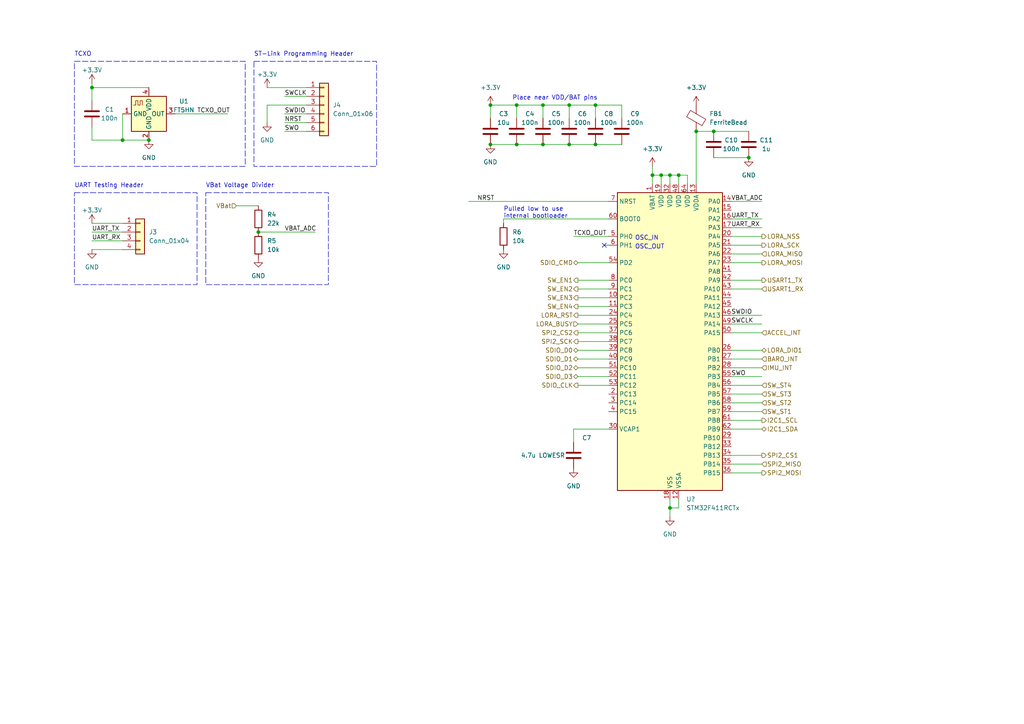
<source format=kicad_sch>
(kicad_sch (version 20230121) (generator eeschema)
  (paper "A4")
  (lib_symbols
    (symbol "Connector_Generic:Conn_01x04" (pin_names (offset 1.016) hide)
      (property "Reference" "J" (at 0 5.08 0))
      (property "Value" "Conn_01x04" (at 0 -7.62 0))
      (symbol "Conn_01x04_1_1"
        (rectangle (start -1.27 -4.953) (end 0 -5.207) (stroke (width 0.1524)))
        (rectangle (start -1.27 -2.413) (end 0 -2.667) (stroke (width 0.1524)))
        (rectangle (start -1.27 0.127) (end 0 -0.127) (stroke (width 0.1524)))
        (rectangle (start -1.27 2.667) (end 0 2.413) (stroke (width 0.1524)))
        (rectangle (start -1.27 3.81) (end 1.27 -6.35) (stroke (width 0.254)) (fill (type background)))
        (pin passive line (at -5.08 2.54 0) (length 3.81) (name "Pin_1") (number "1"))
        (pin passive line (at -5.08 0 0) (length 3.81) (name "Pin_2") (number "2"))
        (pin passive line (at -5.08 -2.54 0) (length 3.81) (name "Pin_3") (number "3"))
        (pin passive line (at -5.08 -5.08 0) (length 3.81) (name "Pin_4") (number "4"))
      )
    )
    (symbol "Connector_Generic:Conn_01x06" (pin_names (offset 1.016) hide)
      (property "Reference" "J" (at 0 7.62 0))
      (property "Value" "Conn_01x06" (at 0 -10.16 0))
      (symbol "Conn_01x06_1_1"
        (rectangle (start -1.27 -7.493) (end 0 -7.747) (stroke (width 0.1524)))
        (rectangle (start -1.27 -4.953) (end 0 -5.207) (stroke (width 0.1524)))
        (rectangle (start -1.27 -2.413) (end 0 -2.667) (stroke (width 0.1524)))
        (rectangle (start -1.27 0.127) (end 0 -0.127) (stroke (width 0.1524)))
        (rectangle (start -1.27 2.667) (end 0 2.413) (stroke (width 0.1524)))
        (rectangle (start -1.27 5.207) (end 0 4.953) (stroke (width 0.1524)))
        (rectangle (start -1.27 6.35) (end 1.27 -8.89) (stroke (width 0.254)) (fill (type background)))
        (pin passive line (at -5.08 5.08 0) (length 3.81) (name "Pin_1") (number "1"))
        (pin passive line (at -5.08 2.54 0) (length 3.81) (name "Pin_2") (number "2"))
        (pin passive line (at -5.08 0 0) (length 3.81) (name "Pin_3") (number "3"))
        (pin passive line (at -5.08 -2.54 0) (length 3.81) (name "Pin_4") (number "4"))
        (pin passive line (at -5.08 -5.08 0) (length 3.81) (name "Pin_5") (number "5"))
        (pin passive line (at -5.08 -7.62 0) (length 3.81) (name "Pin_6") (number "6"))
      )
    )
    (symbol "Device:C" (pin_numbers hide) (pin_names (offset 0.254))
      (property "Reference" "C" (at 0.635 2.54 0))
      (property "Value" "C" (at 0.635 -2.54 0))
      (symbol "C_0_1"
        (polyline (pts (xy -2.032 -0.762) (xy 2.032 -0.762)) (stroke (width 0.508)))
        (polyline (pts (xy -2.032 0.762) (xy 2.032 0.762)) (stroke (width 0.508)))
      )
      (symbol "C_1_1"
        (pin passive line (at 0 3.81 270) (length 2.794) (name "~") (number "1"))
        (pin passive line (at 0 -3.81 90) (length 2.794) (name "~") (number "2"))
      )
    )
    (symbol "Device:FerriteBead" (pin_numbers hide) (pin_names (offset 0))
      (property "Reference" "FB" (at -3.81 0.635 90))
      (property "Value" "FerriteBead" (at 3.81 0 90))
      (symbol "FerriteBead_0_1"
        (polyline (pts (xy 0 -1.27) (xy 0 -1.2192)))
        (polyline (pts (xy 0 1.27) (xy 0 1.2954)))
        (polyline (pts (xy -2.7686 0.4064) (xy -1.7018 2.2606) (xy 2.7686 -0.3048) (xy 1.6764 -2.159) (xy -2.7686 0.4064)))
      )
      (symbol "FerriteBead_1_1"
        (pin passive line (at 0 3.81 270) (length 2.54) (name "~") (number "1"))
        (pin passive line (at 0 -3.81 90) (length 2.54) (name "~") (number "2"))
      )
    )
    (symbol "Device:R" (pin_numbers hide) (pin_names (offset 0))
      (property "Reference" "R" (at 2.032 0 90))
      (property "Value" "R" (at 0 0 90))
      (symbol "R_0_1"
        (rectangle (start -1.016 -2.54) (end 1.016 2.54) (stroke (width 0.254)))
      )
      (symbol "R_1_1"
        (pin passive line (at 0 3.81 270) (length 1.27) (name "~") (number "1"))
        (pin passive line (at 0 -3.81 90) (length 1.27) (name "~") (number "2"))
      )
    )
    (symbol "MCU_ST_STM32F4:STM32F411RCTx"
      (property "Reference" "U" (at -15.24 44.45 0))
      (property "Value" "STM32F411RCTx" (at 10.16 44.45 0))
      (symbol "STM32F411RCTx_0_1"
        (rectangle (start -15.24 -43.18) (end 15.24 43.18) (stroke (width 0.254)) (fill (type background)))
      )
      (symbol "STM32F411RCTx_1_1"
        (pin power_in line (at -5.08 45.72 270) (length 2.54) (name "VBAT") (number "1"))
        (pin bidirectional line (at -17.78 12.7 0) (length 2.54) (name "PC2") (number "10"))
        (pin bidirectional line (at -17.78 10.16 0) (length 2.54) (name "PC3") (number "11"))
        (pin power_in line (at 2.54 -45.72 90) (length 2.54) (name "VSSA") (number "12"))
        (pin power_in line (at 7.62 45.72 270) (length 2.54) (name "VDDA") (number "13"))
        (pin bidirectional line (at 17.78 40.64 180) (length 2.54) (name "PA0") (number "14"))
        (pin bidirectional line (at 17.78 38.1 180) (length 2.54) (name "PA1") (number "15"))
        (pin bidirectional line (at 17.78 35.56 180) (length 2.54) (name "PA2") (number "16"))
        (pin bidirectional line (at 17.78 33.02 180) (length 2.54) (name "PA3") (number "17"))
        (pin power_in line (at 0 -45.72 90) (length 2.54) (name "VSS") (number "18"))
        (pin power_in line (at -2.54 45.72 270) (length 2.54) (name "VDD") (number "19"))
        (pin bidirectional line (at -17.78 -15.24 0) (length 2.54) (name "PC13") (number "2"))
        (pin bidirectional line (at 17.78 30.48 180) (length 2.54) (name "PA4") (number "20"))
        (pin bidirectional line (at 17.78 27.94 180) (length 2.54) (name "PA5") (number "21"))
        (pin bidirectional line (at 17.78 25.4 180) (length 2.54) (name "PA6") (number "22"))
        (pin bidirectional line (at 17.78 22.86 180) (length 2.54) (name "PA7") (number "23"))
        (pin bidirectional line (at -17.78 7.62 0) (length 2.54) (name "PC4") (number "24"))
        (pin bidirectional line (at -17.78 5.08 0) (length 2.54) (name "PC5") (number "25"))
        (pin bidirectional line (at 17.78 -2.54 180) (length 2.54) (name "PB0") (number "26"))
        (pin bidirectional line (at 17.78 -5.08 180) (length 2.54) (name "PB1") (number "27"))
        (pin bidirectional line (at 17.78 -7.62 180) (length 2.54) (name "PB2") (number "28"))
        (pin bidirectional line (at 17.78 -27.94 180) (length 2.54) (name "PB10") (number "29"))
        (pin bidirectional line (at -17.78 -17.78 0) (length 2.54) (name "PC14") (number "3"))
        (pin power_out line (at -17.78 -25.4 0) (length 2.54) (name "VCAP1") (number "30"))
        (pin passive line (at 0 -45.72 90) (length 2.54) hide (name "VSS") (number "31"))
        (pin power_in line (at 0 45.72 270) (length 2.54) (name "VDD") (number "32"))
        (pin bidirectional line (at 17.78 -30.48 180) (length 2.54) (name "PB12") (number "33"))
        (pin bidirectional line (at 17.78 -33.02 180) (length 2.54) (name "PB13") (number "34"))
        (pin bidirectional line (at 17.78 -35.56 180) (length 2.54) (name "PB14") (number "35"))
        (pin bidirectional line (at 17.78 -38.1 180) (length 2.54) (name "PB15") (number "36"))
        (pin bidirectional line (at -17.78 2.54 0) (length 2.54) (name "PC6") (number "37"))
        (pin bidirectional line (at -17.78 0 0) (length 2.54) (name "PC7") (number "38"))
        (pin bidirectional line (at -17.78 -2.54 0) (length 2.54) (name "PC8") (number "39"))
        (pin bidirectional line (at -17.78 -20.32 0) (length 2.54) (name "PC15") (number "4"))
        (pin bidirectional line (at -17.78 -5.08 0) (length 2.54) (name "PC9") (number "40"))
        (pin bidirectional line (at 17.78 20.32 180) (length 2.54) (name "PA8") (number "41"))
        (pin bidirectional line (at 17.78 17.78 180) (length 2.54) (name "PA9") (number "42"))
        (pin bidirectional line (at 17.78 15.24 180) (length 2.54) (name "PA10") (number "43"))
        (pin bidirectional line (at 17.78 12.7 180) (length 2.54) (name "PA11") (number "44"))
        (pin bidirectional line (at 17.78 10.16 180) (length 2.54) (name "PA12") (number "45"))
        (pin bidirectional line (at 17.78 7.62 180) (length 2.54) (name "PA13") (number "46"))
        (pin passive line (at 0 -45.72 90) (length 2.54) hide (name "VSS") (number "47"))
        (pin power_in line (at 2.54 45.72 270) (length 2.54) (name "VDD") (number "48"))
        (pin bidirectional line (at 17.78 5.08 180) (length 2.54) (name "PA14") (number "49"))
        (pin bidirectional line (at -17.78 30.48 0) (length 2.54) (name "PH0") (number "5"))
        (pin bidirectional line (at 17.78 2.54 180) (length 2.54) (name "PA15") (number "50"))
        (pin bidirectional line (at -17.78 -7.62 0) (length 2.54) (name "PC10") (number "51"))
        (pin bidirectional line (at -17.78 -10.16 0) (length 2.54) (name "PC11") (number "52"))
        (pin bidirectional line (at -17.78 -12.7 0) (length 2.54) (name "PC12") (number "53"))
        (pin bidirectional line (at -17.78 22.86 0) (length 2.54) (name "PD2") (number "54"))
        (pin bidirectional line (at 17.78 -10.16 180) (length 2.54) (name "PB3") (number "55"))
        (pin bidirectional line (at 17.78 -12.7 180) (length 2.54) (name "PB4") (number "56"))
        (pin bidirectional line (at 17.78 -15.24 180) (length 2.54) (name "PB5") (number "57"))
        (pin bidirectional line (at 17.78 -17.78 180) (length 2.54) (name "PB6") (number "58"))
        (pin bidirectional line (at 17.78 -20.32 180) (length 2.54) (name "PB7") (number "59"))
        (pin bidirectional line (at -17.78 27.94 0) (length 2.54) (name "PH1") (number "6"))
        (pin input line (at -17.78 35.56 0) (length 2.54) (name "BOOT0") (number "60"))
        (pin bidirectional line (at 17.78 -22.86 180) (length 2.54) (name "PB8") (number "61"))
        (pin bidirectional line (at 17.78 -25.4 180) (length 2.54) (name "PB9") (number "62"))
        (pin passive line (at 0 -45.72 90) (length 2.54) hide (name "VSS") (number "63"))
        (pin power_in line (at 5.08 45.72 270) (length 2.54) (name "VDD") (number "64"))
        (pin input line (at -17.78 40.64 0) (length 2.54) (name "NRST") (number "7"))
        (pin bidirectional line (at -17.78 17.78 0) (length 2.54) (name "PC0") (number "8"))
        (pin bidirectional line (at -17.78 15.24 0) (length 2.54) (name "PC1") (number "9"))
      )
    )
    (symbol "Project:FT5HNBPK25.0-T1"
      (property "Reference" "U" (at 5.08 11.43 0))
      (property "Value" "FT5HN" (at 6.35 8.89 0))
      (symbol "FT5HNBPK25.0-T1_0_1"
        (polyline (pts (xy -4.445 2.54) (xy -3.81 2.54) (xy -3.81 3.81) (xy -3.175 3.81) (xy -3.175 2.54) (xy -2.54 2.54) (xy -2.54 3.81) (xy -1.905 3.81) (xy -1.905 2.54)))
      )
      (symbol "FT5HNBPK25.0-T1_1_1"
        (rectangle (start -5.08 5.08) (end 5.08 -5.08) (stroke (width 0.254)) (fill (type background)))
        (pin input line (at -7.62 0 0) (length 2.54) (name "GND") (number "1"))
        (pin power_in line (at 0 -7.62 90) (length 2.54) (name "GND") (number "2"))
        (pin output line (at 7.62 0 180) (length 2.54) (name "OUT") (number "3"))
        (pin power_in line (at 0 7.62 270) (length 2.54) (name "VDD") (number "4"))
      )
    )
    (symbol "power:+3.3V" (power) (pin_names (offset 0))
      (property "Value" "+3.3V" (at 0 3.556 0))
      (symbol "+3.3V_0_1"
        (polyline (pts (xy -0.762 1.27) (xy 0 2.54)))
        (polyline (pts (xy 0 0) (xy 0 2.54)))
        (polyline (pts (xy 0 2.54) (xy 0.762 1.27)))
      )
      (symbol "+3.3V_1_1"
        (pin power_in line (at 0 0 90) (length 0) hide (name "+3.3V") (number "1"))
      )
    )
    (symbol "power:GND" (power) (pin_names (offset 0))
      (property "Value" "GND" (at 0 -3.81 0))
      (symbol "GND_0_1"
        (polyline (pts (xy 0 0) (xy 0 -1.27) (xy 1.27 -1.27) (xy 0 -2.54) (xy -1.27 -1.27) (xy 0 -1.27)))
      )
      (symbol "GND_1_1"
        (pin power_in line (at 0 0 270) (length 0) hide (name "GND") (number "1"))
      )
    )
  )
  (junction (at 207.01 38.1))
  (junction (at 149.86 41.91))
  (junction (at 142.24 30.48))
  (junction (at 172.72 30.48))
  (junction (at 74.93 67.31))
  (junction (at 149.86 30.48))
  (junction (at 196.85 50.8))
  (junction (at 26.67 25.4))
  (junction (at 194.31 50.8))
  (junction (at 201.93 38.1))
  (junction (at 157.48 41.91))
  (junction (at 189.23 50.8))
  (junction (at 157.48 30.48))
  (junction (at 165.1 30.48))
  (junction (at 35.56 40.64))
  (junction (at 217.17 45.72))
  (junction (at 172.72 41.91))
  (junction (at 191.77 50.8))
  (junction (at 194.31 147.32))
  (junction (at 165.1 41.91))
  (junction (at 43.18 40.64))
  (junction (at 142.24 41.91))
  (no_connect (at 175.26 71.12))
  (wire (pts (xy 26.67 69.85) (xy 35.56 69.85)))
  (wire (pts (xy 196.85 50.8) (xy 199.39 50.8)))
  (wire (pts (xy 212.09 106.68) (xy 220.98 106.68)))
  (wire (pts (xy 194.31 149.86) (xy 194.31 147.32)))
  (wire (pts (xy 26.67 40.64) (xy 35.56 40.64)))
  (wire (pts (xy 74.93 67.31) (xy 91.44 67.31)))
  (wire (pts (xy 194.31 50.8) (xy 196.85 50.8)))
  (wire (pts (xy 167.64 111.76) (xy 176.53 111.76)))
  (wire (pts (xy 212.09 124.46) (xy 220.98 124.46)))
  (wire (pts (xy 180.34 30.48) (xy 172.72 30.48)))
  (wire (pts (xy 149.86 30.48) (xy 157.48 30.48)))
  (wire (pts (xy 157.48 41.91) (xy 165.1 41.91)))
  (wire (pts (xy 212.09 83.82) (xy 220.98 83.82)))
  (wire (pts (xy 26.67 67.31) (xy 35.56 67.31)))
  (wire (pts (xy 220.98 137.16) (xy 212.09 137.16)))
  (wire (pts (xy 212.09 73.66) (xy 220.98 73.66)))
  (wire (pts (xy 212.09 101.6) (xy 220.98 101.6)))
  (wire (pts (xy 191.77 50.8) (xy 194.31 50.8)))
  (wire (pts (xy 35.56 40.64) (xy 43.18 40.64)))
  (wire (pts (xy 146.05 63.5) (xy 146.05 64.77)))
  (wire (pts (xy 189.23 48.26) (xy 189.23 50.8)))
  (wire (pts (xy 142.24 34.29) (xy 142.24 30.48)))
  (wire (pts (xy 212.09 71.12) (xy 220.98 71.12)))
  (wire (pts (xy 189.23 50.8) (xy 191.77 50.8)))
  (wire (pts (xy 212.09 93.98) (xy 220.98 93.98)))
  (wire (pts (xy 212.09 66.04) (xy 220.98 66.04)))
  (wire (pts (xy 194.31 147.32) (xy 196.85 147.32)))
  (wire (pts (xy 149.86 41.91) (xy 157.48 41.91)))
  (wire (pts (xy 176.53 91.44) (xy 167.64 91.44)))
  (wire (pts (xy 212.09 76.2) (xy 220.98 76.2)))
  (wire (pts (xy 212.09 91.44) (xy 220.98 91.44)))
  (wire (pts (xy 149.86 30.48) (xy 149.86 34.29)))
  (wire (pts (xy 172.72 34.29) (xy 172.72 30.48)))
  (wire (pts (xy 167.64 101.6) (xy 176.53 101.6)))
  (wire (pts (xy 167.64 86.36) (xy 176.53 86.36)))
  (wire (pts (xy 212.09 96.52) (xy 220.98 96.52)))
  (wire (pts (xy 167.64 96.52) (xy 176.53 96.52)))
  (wire (pts (xy 77.47 25.4) (xy 88.9 25.4)))
  (wire (pts (xy 194.31 144.78) (xy 194.31 147.32)))
  (wire (pts (xy 220.98 111.76) (xy 212.09 111.76)))
  (wire (pts (xy 196.85 50.8) (xy 196.85 53.34)))
  (wire (pts (xy 68.58 59.69) (xy 74.93 59.69)))
  (wire (pts (xy 212.09 63.5) (xy 220.98 63.5)))
  (wire (pts (xy 207.01 45.72) (xy 217.17 45.72)))
  (wire (pts (xy 212.09 68.58) (xy 220.98 68.58)))
  (wire (pts (xy 212.09 121.92) (xy 220.98 121.92)))
  (wire (pts (xy 189.23 50.8) (xy 189.23 53.34)))
  (wire (pts (xy 167.64 76.2) (xy 176.53 76.2)))
  (wire (pts (xy 176.53 93.98) (xy 167.64 93.98)))
  (wire (pts (xy 146.05 63.5) (xy 176.53 63.5)))
  (wire (pts (xy 50.8 33.02) (xy 66.04 33.02)))
  (wire (pts (xy 220.98 114.3) (xy 212.09 114.3)))
  (wire (pts (xy 191.77 53.34) (xy 191.77 50.8)))
  (wire (pts (xy 207.01 38.1) (xy 217.17 38.1)))
  (wire (pts (xy 35.56 33.02) (xy 35.56 40.64)))
  (wire (pts (xy 201.93 38.1) (xy 207.01 38.1)))
  (wire (pts (xy 167.64 88.9) (xy 176.53 88.9)))
  (wire (pts (xy 176.53 124.46) (xy 166.37 124.46)))
  (wire (pts (xy 82.55 27.94) (xy 88.9 27.94)))
  (wire (pts (xy 26.67 25.4) (xy 26.67 29.21)))
  (wire (pts (xy 82.55 38.1) (xy 88.9 38.1)))
  (wire (pts (xy 35.56 72.39) (xy 26.67 72.39)))
  (wire (pts (xy 180.34 34.29) (xy 180.34 30.48)))
  (wire (pts (xy 165.1 30.48) (xy 165.1 34.29)))
  (wire (pts (xy 212.09 104.14) (xy 220.98 104.14)))
  (wire (pts (xy 176.53 81.28) (xy 167.64 81.28)))
  (wire (pts (xy 176.53 83.82) (xy 167.64 83.82)))
  (wire (pts (xy 26.67 25.4) (xy 43.18 25.4)))
  (wire (pts (xy 82.55 35.56) (xy 88.9 35.56)))
  (wire (pts (xy 175.26 71.12) (xy 176.53 71.12)))
  (wire (pts (xy 176.53 99.06) (xy 167.64 99.06)))
  (wire (pts (xy 26.67 36.83) (xy 26.67 40.64)))
  (wire (pts (xy 157.48 30.48) (xy 157.48 34.29)))
  (wire (pts (xy 212.09 58.42) (xy 220.98 58.42)))
  (wire (pts (xy 142.24 41.91) (xy 149.86 41.91)))
  (wire (pts (xy 165.1 41.91) (xy 172.72 41.91)))
  (wire (pts (xy 201.93 38.1) (xy 201.93 53.34)))
  (wire (pts (xy 194.31 50.8) (xy 194.31 53.34)))
  (wire (pts (xy 77.47 30.48) (xy 77.47 35.56)))
  (wire (pts (xy 212.09 119.38) (xy 220.98 119.38)))
  (wire (pts (xy 157.48 30.48) (xy 165.1 30.48)))
  (wire (pts (xy 220.98 132.08) (xy 212.09 132.08)))
  (wire (pts (xy 212.09 81.28) (xy 220.98 81.28)))
  (wire (pts (xy 199.39 50.8) (xy 199.39 53.34)))
  (wire (pts (xy 167.64 104.14) (xy 176.53 104.14)))
  (wire (pts (xy 82.55 33.02) (xy 88.9 33.02)))
  (wire (pts (xy 135.89 58.42) (xy 176.53 58.42)))
  (wire (pts (xy 220.98 134.62) (xy 212.09 134.62)))
  (wire (pts (xy 172.72 41.91) (xy 180.34 41.91)))
  (wire (pts (xy 167.64 106.68) (xy 176.53 106.68)))
  (wire (pts (xy 167.64 109.22) (xy 176.53 109.22)))
  (wire (pts (xy 220.98 116.84) (xy 212.09 116.84)))
  (wire (pts (xy 77.47 30.48) (xy 88.9 30.48)))
  (wire (pts (xy 35.56 64.77) (xy 26.67 64.77)))
  (wire (pts (xy 142.24 30.48) (xy 149.86 30.48)))
  (wire (pts (xy 166.37 68.58) (xy 176.53 68.58)))
  (wire (pts (xy 212.09 109.22) (xy 220.98 109.22)))
  (wire (pts (xy 166.37 124.46) (xy 166.37 128.27)))
  (wire (pts (xy 172.72 30.48) (xy 165.1 30.48)))
  (wire (pts (xy 196.85 147.32) (xy 196.85 144.78)))
  (wire (pts (xy 26.67 24.13) (xy 26.67 25.4)))
  (rectangle (start 73.66 17.78) (end 109.22 48.26) (stroke (width 0) (type dash)))
  (rectangle (start 21.59 17.78) (end 71.12 48.26) (stroke (width 0) (type dash)))
  (rectangle (start 21.59 55.88) (end 57.15 82.55) (stroke (width 0) (type dash)))
  (rectangle (start 59.69 55.88) (end 95.25 82.55) (stroke (width 0) (type dash)))
  (text "VBat Voltage Divider\n" (at 59.69 54.61 0) (effects (font (size 1.27 1.27)) (justify left bottom)))
  (text "OSC_OUT" (at 184.15 72.39 0) (effects (font (size 1.27 1.27)) (justify left bottom)))
  (text "Place near VDD/BAT pins" (at 148.59 29.21 0) (effects (font (size 1.27 1.27)) (justify left bottom)))
  (text "UART Testing Header" (at 21.59 54.61 0) (effects (font (size 1.27 1.27)) (justify left bottom)))
  (text "Pulled low to use \ninternal bootloader" (at 146.05 63.5 0) (effects (font (size 1.27 1.27)) (justify left bottom)))
  (text "TCXO" (at 21.59 16.51 0) (effects (font (size 1.27 1.27)) (justify left bottom)))
  (text "ST-Link Programming Header" (at 73.66 16.51 0) (effects (font (size 1.27 1.27)) (justify left bottom)))
  (text "OSC_IN\n" (at 184.15 69.85 0) (effects (font (size 1.27 1.27)) (justify left bottom)))
  (label "UART_TX" (at 26.67 67.31 0))
  (label "SWCLK" (at 212.09 93.98 0))
  (label "SWCLK" (at 82.55 27.94 0))
  (label "TCXO_OUT" (at 57.15 33.02 0))
  (label "SWDIO" (at 82.55 33.02 0))
  (label "NRST" (at 138.43 58.42 0))
  (label "UART_TX" (at 212.09 63.5 0))
  (label "UART_RX" (at 26.67 69.85 0))
  (label "VBAT_ADC" (at 82.55 67.31 0))
  (label "SWDIO" (at 212.09 91.44 0))
  (label "SWO" (at 212.09 109.22 0))
  (label "TCXO_OUT" (at 166.37 68.58 0))
  (label "VBAT_ADC" (at 212.09 58.42 0))
  (label "SWO" (at 82.55 38.1 0))
  (label "UART_RX" (at 212.09 66.04 0))
  (label "NRST" (at 82.55 35.56 0))
  (hierarchical_label "SDIO_D3" (shape bidirectional) (at 167.64 109.22 180))
  (hierarchical_label "SW_ST3" (shape input) (at 220.98 114.3 0))
  (hierarchical_label "LORA_MOSI" (shape output) (at 220.98 76.2 0))
  (hierarchical_label "LORA_SCK" (shape output) (at 220.98 71.12 0))
  (hierarchical_label "LORA_RST" (shape output) (at 167.64 91.44 180))
  (hierarchical_label "SPI2_CS2" (shape output) (at 167.64 96.52 180))
  (hierarchical_label "SPI2_MISO" (shape input) (at 220.98 134.62 0))
  (hierarchical_label "LORA_BUSY" (shape input) (at 167.64 93.98 180))
  (hierarchical_label "LORA_NSS" (shape output) (at 220.98 68.58 0))
  (hierarchical_label "SW_EN2" (shape output) (at 167.64 83.82 180))
  (hierarchical_label "I2C1_SDA" (shape bidirectional) (at 220.98 124.46 0))
  (hierarchical_label "SDIO_CMD" (shape bidirectional) (at 167.64 76.2 180))
  (hierarchical_label "SW_ST1" (shape input) (at 220.98 119.38 0))
  (hierarchical_label "SPI2_MOSI" (shape output) (at 220.98 137.16 0))
  (hierarchical_label "SW_EN4" (shape output) (at 167.64 88.9 180))
  (hierarchical_label "SW_EN3" (shape output) (at 167.64 86.36 180))
  (hierarchical_label "SPI2_CS1" (shape output) (at 220.98 132.08 0))
  (hierarchical_label "LORA_MISO" (shape input) (at 220.98 73.66 0))
  (hierarchical_label "USART1_RX" (shape input) (at 220.98 83.82 0))
  (hierarchical_label "SDIO_D1" (shape bidirectional) (at 167.64 104.14 180))
  (hierarchical_label "SW_ST4" (shape input) (at 220.98 111.76 0))
  (hierarchical_label "VBat" (shape input) (at 68.58 59.69 180))
  (hierarchical_label "I2C1_SCL" (shape output) (at 220.98 121.92 0))
  (hierarchical_label "ACCEL_INT" (shape input) (at 220.98 96.52 0))
  (hierarchical_label "SDIO_D2" (shape bidirectional) (at 167.64 106.68 180))
  (hierarchical_label "USART1_TX" (shape output) (at 220.98 81.28 0))
  (hierarchical_label "SW_ST2" (shape input) (at 220.98 116.84 0))
  (hierarchical_label "IMU_INT" (shape input) (at 220.98 106.68 0))
  (hierarchical_label "BARO_INT" (shape input) (at 220.98 104.14 0))
  (hierarchical_label "SDIO_CLK" (shape output) (at 167.64 111.76 180))
  (hierarchical_label "SPI2_SCK" (shape output) (at 167.64 99.06 180))
  (hierarchical_label "SDIO_D0" (shape bidirectional) (at 167.64 101.6 180))
  (hierarchical_label "LORA_DIO1" (shape bidirectional) (at 220.98 101.6 0))
  (hierarchical_label "SW_EN1" (shape output) (at 167.64 81.28 180))
  (symbol (lib_id "Device:R") (at 146.05 68.58 0) (unit 1)
    (property "Reference" "R6" (at 148.59 67.31 0) (effects (justify left)))
    (property "Value" "10k" (at 148.59 69.85 0) (effects (justify left)))
    (property "Footprint" "Resistor_SMD:R_0603_1608Metric_Pad0.98x0.95mm_HandSolder" (effects hide))
  )
  (symbol (lib_id "power:GND") (at 166.37 135.89 0) (unit 1)
    (property "Reference" "#PWR020" (effects hide))
    (property "Value" "GND" (at 166.37 140.97 0))
  )
  (symbol (lib_id "Project:FT5HNBPK25.0-T1") (at 43.18 33.02 0) (unit 1)
    (property "Reference" "U1" (at 53.34 29.3721 0))
    (property "Value" "FT5HN" (at 53.34 31.9121 0))
    (property "Footprint" "Oscillator:Oscillator_SMD_Fox_FT5H_5.0x3.2mm" (effects hide))
    (property "Datasheet" "https://foxonline.com/wp-content/uploads/pdfs/T5HN_T5HV.pdf" (effects hide))
  )
  (symbol (lib_id "Device:FerriteBead") (at 201.93 34.29 0) (unit 1)
    (property "Reference" "FB1" (at 205.74 32.9692 0) (effects (justify left)))
    (property "Value" "FerriteBead" (at 205.74 35.5092 0) (effects (justify left)))
    (property "Footprint" "Resistor_SMD:R_0603_1608Metric_Pad0.98x0.95mm_HandSolder" (effects hide))
  )
  (symbol (lib_id "power:GND") (at 26.67 72.39 0) (unit 1)
    (property "Reference" "#PWR011" (effects hide))
    (property "Value" "GND" (at 26.67 77.47 0))
  )
  (symbol (lib_id "power:GND") (at 43.18 40.64 0) (unit 1)
    (property "Reference" "#PWR012" (effects hide))
    (property "Value" "GND" (at 43.18 45.72 0))
  )
  (symbol (lib_id "Device:C") (at 180.34 38.1 0) (unit 1)
    (property "Reference" "C9" (at 184.15 33.02 0))
    (property "Value" "100n" (at 184.15 35.56 0))
    (property "Footprint" "Capacitor_SMD:C_0603_1608Metric_Pad1.08x0.95mm_HandSolder" (effects hide))
  )
  (symbol (lib_id "power:GND") (at 194.31 149.86 0) (unit 1)
    (property "Reference" "#PWR022" (effects hide))
    (property "Value" "GND" (at 194.31 154.94 0))
  )
  (symbol (lib_id "Device:R") (at 74.93 63.5 0) (unit 1)
    (property "Reference" "R4" (at 77.47 62.23 0) (effects (justify left)))
    (property "Value" "22k" (at 77.47 64.77 0) (effects (justify left)))
    (property "Footprint" "Resistor_SMD:R_0603_1608Metric_Pad0.98x0.95mm_HandSolder" (effects hide))
  )
  (symbol (lib_id "power:GND") (at 142.24 41.91 0) (unit 1)
    (property "Reference" "#PWR018" (effects hide))
    (property "Value" "GND" (at 142.24 46.99 0))
  )
  (symbol (lib_id "Device:C") (at 26.67 33.02 0) (unit 1)
    (property "Reference" "C1" (at 31.75 31.75 0))
    (property "Value" "100n" (at 31.75 34.29 0))
    (property "Footprint" "Capacitor_SMD:C_0603_1608Metric_Pad1.08x0.95mm_HandSolder" (effects hide))
  )
  (symbol (lib_id "Device:C") (at 172.72 38.1 0) (unit 1)
    (property "Reference" "C8" (at 176.53 33.02 0))
    (property "Value" "100n" (at 176.53 35.56 0))
    (property "Footprint" "Capacitor_SMD:C_0603_1608Metric_Pad1.08x0.95mm_HandSolder" (effects hide))
  )
  (symbol (lib_id "Device:C") (at 149.86 38.1 0) (unit 1)
    (property "Reference" "C4" (at 153.67 33.02 0))
    (property "Value" "100n" (at 153.67 35.56 0))
    (property "Footprint" "Capacitor_SMD:C_0603_1608Metric_Pad1.08x0.95mm_HandSolder" (effects hide))
  )
  (symbol (lib_id "Device:R") (at 74.93 71.12 0) (unit 1)
    (property "Reference" "R5" (at 77.47 69.85 0) (effects (justify left)))
    (property "Value" "10k" (at 77.47 72.39 0) (effects (justify left)))
    (property "Footprint" "Resistor_SMD:R_0603_1608Metric_Pad0.98x0.95mm_HandSolder" (effects hide))
  )
  (symbol (lib_id "power:+3.3V") (at 26.67 64.77 0) (unit 1)
    (property "Reference" "#PWR010" (effects hide))
    (property "Value" "+3.3V" (at 26.67 60.96 0))
  )
  (symbol (lib_id "Device:C") (at 217.17 41.91 0) (unit 1)
    (property "Reference" "C11" (at 222.25 40.64 0))
    (property "Value" "1u" (at 222.25 43.18 0))
    (property "Footprint" "Capacitor_SMD:C_0603_1608Metric_Pad1.08x0.95mm_HandSolder" (effects hide))
  )
  (symbol (lib_id "Device:C") (at 166.37 132.08 0) (unit 1)
    (property "Reference" "C7" (at 170.18 127 0))
    (property "Value" "4.7u LOWESR" (at 157.48 132.08 0))
    (property "Footprint" "Capacitor_SMD:C_0603_1608Metric_Pad1.08x0.95mm_HandSolder" (effects hide))
  )
  (symbol (lib_id "Connector_Generic:Conn_01x04") (at 40.64 67.31 0) (unit 1)
    (property "Reference" "J3" (at 43.18 67.31 0) (effects (justify left)))
    (property "Value" "Conn_01x04" (at 43.18 69.85 0) (effects (justify left)))
    (property "Footprint" "Connector_PinHeader_2.54mm:PinHeader_1x04_P2.54mm_Vertical" (effects hide))
  )
  (symbol (lib_id "power:GND") (at 146.05 72.39 0) (unit 1)
    (property "Reference" "#PWR019" (effects hide))
    (property "Value" "GND" (at 146.05 77.47 0))
  )
  (symbol (lib_id "Device:C") (at 207.01 41.91 0) (unit 1)
    (property "Reference" "C10" (at 212.09 40.64 0))
    (property "Value" "100n" (at 212.09 43.18 0))
    (property "Footprint" "Capacitor_SMD:C_0603_1608Metric_Pad1.08x0.95mm_HandSolder" (effects hide))
  )
  (symbol (lib_id "Connector_Generic:Conn_01x06") (at 93.98 30.48 0) (unit 1)
    (property "Reference" "J4" (at 96.52 30.48 0) (effects (justify left)))
    (property "Value" "Conn_01x06" (at 96.52 33.02 0) (effects (justify left)))
    (property "Footprint" "Connector_PinHeader_2.54mm:PinHeader_1x06_P2.54mm_Vertical" (effects hide))
  )
  (symbol (lib_id "power:+3.3V") (at 77.47 25.4 0) (unit 1)
    (property "Reference" "#PWR014" (effects hide))
    (property "Value" "+3.3V" (at 77.47 21.59 0))
  )
  (symbol (lib_id "MCU_ST_STM32F4:STM32F411RCTx") (at 194.31 99.06 0) (unit 1)
    (property "Reference" "U?" (at 199.0441 144.78 0) (effects (justify left)))
    (property "Value" "STM32F411RCTx" (at 199.0441 147.32 0) (effects (justify left)))
    (property "Footprint" "Package_QFP:LQFP-64_10x10mm_P0.5mm" (effects hide))
    (property "Datasheet" "https://www.st.com/resource/en/datasheet/stm32f411rc.pdf" (effects hide))
    (instances (project "Flight_Board" (path "" (reference "U?") (unit 1)) (path "" (reference "U2") (unit 1))))
  )
  (symbol (lib_id "power:+3.3V") (at 26.67 24.13 0) (unit 1)
    (property "Reference" "#PWR09" (effects hide))
    (property "Value" "+3.3V" (at 26.67 20.32 0))
  )
  (symbol (lib_id "Device:C") (at 165.1 38.1 0) (unit 1)
    (property "Reference" "C6" (at 168.91 33.02 0))
    (property "Value" "100n" (at 168.91 35.56 0))
    (property "Footprint" "Capacitor_SMD:C_0603_1608Metric_Pad1.08x0.95mm_HandSolder" (effects hide))
  )
  (symbol (lib_id "Device:C") (at 142.24 38.1 0) (unit 1)
    (property "Reference" "C3" (at 146.05 33.02 0))
    (property "Value" "10u" (at 146.05 35.56 0))
    (property "Footprint" "Capacitor_SMD:C_0603_1608Metric_Pad1.08x0.95mm_HandSolder" (effects hide))
  )
  (symbol (lib_id "power:GND") (at 217.17 45.72 0) (unit 1)
    (property "Reference" "#PWR024" (effects hide))
    (property "Value" "GND" (at 217.17 50.8 0))
  )
  (symbol (lib_id "power:+3.3V") (at 201.93 30.48 0) (unit 1)
    (property "Reference" "#PWR023" (effects hide))
    (property "Value" "+3.3V" (at 201.93 25.4 0))
  )
  (symbol (lib_id "Device:C") (at 157.48 38.1 0) (unit 1)
    (property "Reference" "C5" (at 161.29 33.02 0))
    (property "Value" "100n" (at 161.29 35.56 0))
    (property "Footprint" "Capacitor_SMD:C_0603_1608Metric_Pad1.08x0.95mm_HandSolder" (effects hide))
  )
  (symbol (lib_id "power:+3.3V") (at 142.24 30.48 0) (unit 1)
    (property "Reference" "#PWR017" (effects hide))
    (property "Value" "+3.3V" (at 142.24 25.4 0))
  )
  (symbol (lib_id "power:GND") (at 74.93 74.93 0) (unit 1)
    (property "Reference" "#PWR013" (effects hide))
    (property "Value" "GND" (at 74.93 80.01 0))
  )
  (symbol (lib_id "power:+3.3V") (at 189.23 48.26 0) (unit 1)
    (property "Reference" "#PWR021" (effects hide))
    (property "Value" "+3.3V" (at 189.23 43.18 0))
  )
  (symbol (lib_id "power:GND") (at 77.47 35.56 0) (unit 1)
    (property "Reference" "#PWR015" (effects hide))
    (property "Value" "GND" (at 77.47 40.64 0))
  )
)
</source>
